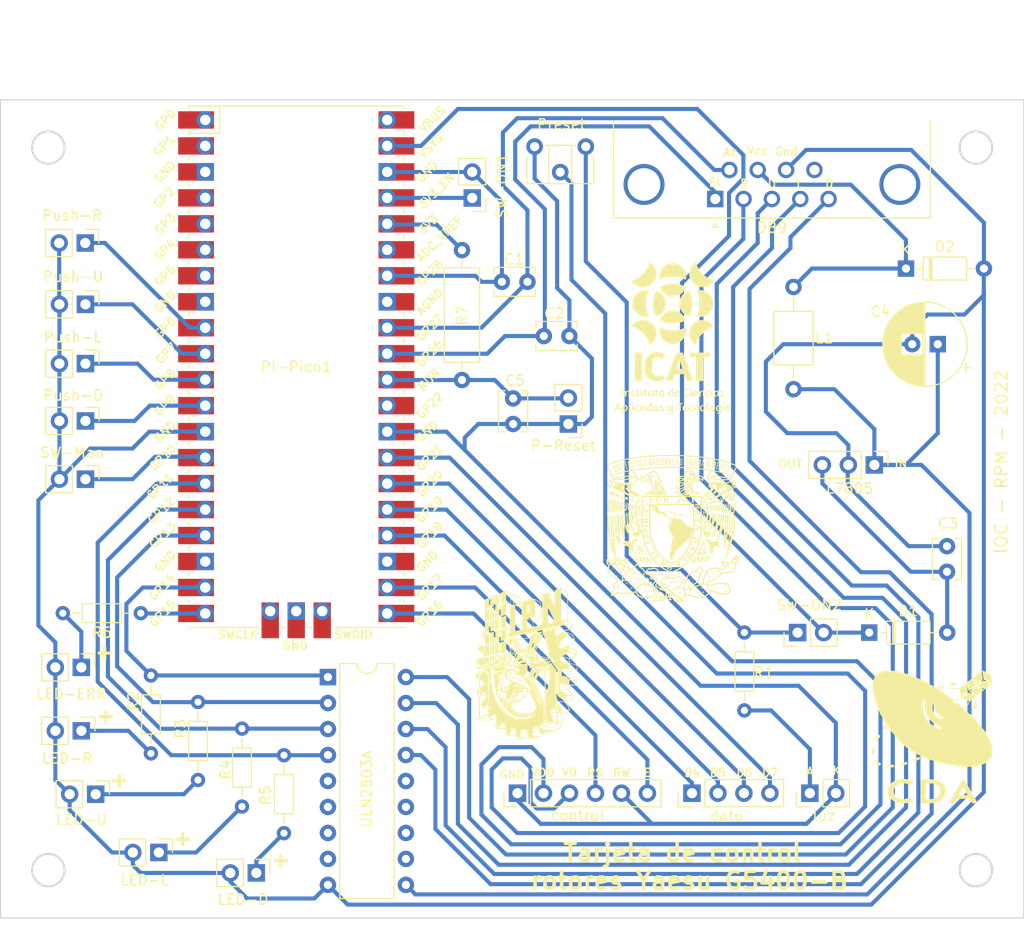
<source format=kicad_pcb>
(kicad_pcb (version 20211014) (generator pcbnew)
  (layers (0 "F.Cu" signal) (31 "B.Cu" signal) (34 "B.Paste" user) (35 "F.Paste" user) (36 "B.SilkS" user "B.Silkscreen") (37 "F.SilkS" user "F.Silkscreen") (38 "B.Mask" user) (39 "F.Mask" user) (44 "Edge.Cuts" user))
  (net 0 "")
  (net 1 "Net-(AK-LCD1-Pad1)")
  (net 2 "+15V")
  (net 3 "/EL")
  (net 4 "/AZ")
  (net 5 "Net-(ControlLCD1-Pad2)")
  (net 6 "Net-(C3-Pad2)")
  (net 7 "Net-(ControlLCD1-Pad4)")
  (net 8 "Net-(ControlLCD1-Pad6)")
  (net 9 "Net-(ControlLCD1-Pad3)")
  (net 10 "/R")
  (net 11 "/U")
  (net 12 "/L")
  (net 13 "/D")
  (net 14 "Net-(LED-D1-Pad1)")
  (net 15 "Net-(LED-L1-Pad1)")
  (net 16 "Net-(LED-R1-Pad1)")
  (net 17 "Net-(LED-U1-Pad1)")
  (net 18 "Net-(PalabraLCD1-Pad1)")
  (net 19 "Net-(PalabraLCD1-Pad2)")
  (net 20 "Net-(PalabraLCD1-Pad3)")
  (net 21 "Net-(PalabraLCD1-Pad4)")
  (net 22 "Net-(Pi-Pico1-Pad9)")
  (net 23 "Net-(Pi-Pico1-Pad10)")
  (net 24 "Net-(Pi-Pico1-Pad11)")
  (net 25 "Net-(Pi-Pico1-Pad12)")
  (net 26 "Net-(Pi-Pico1-Pad14)")
  (net 28 "GND")
  (net 29 "Net-(LED-ERR1-Pad1)")
  (net 43 "Net-(C5-Pad1)")
  (net 44 "Net-(Pi-Pico1-Pad15)")
  (net 48 "Net-(Pi-Pico1-Pad16)")
  (net 49 "Net-(Pi-Pico1-Pad17)")
  (net 50 "Net-(Pi-Pico1-Pad19)")
  (net 51 "Net-(Pi-Pico1-Pad20)")
  (net 59 "Net-(D1-Pad1)")
  (net 60 "Net-(Pi-Pico1-Pad37)")
  (net 63 "Net-(AK-LCD1-Pad2)")
  (net 64 "Net-(C1-Pad2)")
  (net 65 "Net-(D2-Pad1)")
  (net 66 "Net-(Pi-Pico1-Pad36)")
  (footprint "Connector_PinHeader_2.54mm:PinHeader_1x02_P2.54mm_Vertical" (layer "F.Cu") (at 117.9 92.1 90)
    (fp_text reference "SW-ON2")
    (fp_text value "Conn_01x02_Male")
  )
  (footprint "Inductor_THT:L_Axial_L5.0mm_D3.6mm_P10.00mm_Horizontal_Murata_BL01RN1A2A2" (layer "F.Cu") (at 117.5 58.3 -90)
    (fp_text reference "L1")
    (fp_text value "L_Ferrite")
  )
  (footprint "Connector_PinHeader_2.54mm:PinHeader_1x02_P2.54mm_Vertical" (layer "F.Cu") (at 65 115.6 -90)
    (fp_text reference "LED-D")
    (fp_text value "Conn_01x02_Male")
  )
  (footprint "Resistor_THT:R_Axial_DIN0204_L3.6mm_D1.6mm_P7.62mm_Horizontal" (layer "F.Cu") (at 112.7 92.09 -90)
    (fp_text reference "R1")
    (fp_text value "220")
  )
  (footprint "Diode_THT:D_DO-35_SOD27_P7.62mm_Horizontal" (layer "F.Cu") (at 124.9 92.1)
    (fp_text reference "D1")
    (fp_text value "1N4148")
  )
  (footprint "Resistor_THT:R_Axial_DIN0309_L9.0mm_D3.2mm_P12.70mm_Horizontal" (layer "F.Cu") (at 85.1 67.4 90)
    (fp_text reference "R7")
    (fp_text value "10k")
  )
  (footprint "Capacitor_THT:C_Disc_D3.8mm_W2.6mm_P2.50mm" (layer "F.Cu") (at 91.5 57.8 180)
    (fp_text reference "C1")
    (fp_text value "100n")
  )
  (footprint "Connector_PinHeader_2.54mm:PinHeader_1x02_P2.54mm_Vertical" (layer "F.Cu") (at 48.3 65.8 -90)
    (fp_text reference "Push-L")
    (fp_text value "Conn_01x02_Male")
  )
  (footprint "Connector_PinHeader_2.54mm:PinHeader_1x02_P2.54mm_Vertical" (layer "F.Cu") (at 48.3 71.4 -90)
    (fp_text reference "Push-D")
    (fp_text value "Conn_01x02_Male")
  )
  (footprint "Connector_PinHeader_2.54mm:PinHeader_1x02_P2.54mm_Vertical" (layer "F.Cu") (at 47.9 101.7 -90)
    (fp_text reference "LED-R")
    (fp_text value "Conn_01x02_Male")
  )
  (footprint "Connector_PinHeader_2.54mm:PinHeader_1x02_P2.54mm_Vertical" (layer "F.Cu") (at 55.475 113.6 -90)
    (fp_text reference "LED-L")
    (fp_text value "Conn_01x02_Male")
  )
  (footprint "Connector_PinHeader_2.54mm:PinHeader_1x02_P2.54mm_Vertical" (layer "F.Cu") (at 47.9 95.5 -90)
    (fp_text reference "LED-ERR")
    (fp_text value "Conn_01x02_Male")
  )
  (footprint "Connector_PinHeader_2.54mm:PinHeader_1x04_P2.54mm_Vertical" (layer "F.Cu") (at 107.575 107.8 90)
    (fp_text reference "dato")
    (fp_text value "Conn_01x08_Male")
  )
  (footprint "Capacitor_THT:C_Disc_D3.8mm_W2.6mm_P2.50mm" (layer "F.Cu") (at 93.1 63.1)
    (fp_text reference "C2")
    (fp_text value "100n")
  )
  (footprint "Resistor_THT:R_Axial_DIN0204_L3.6mm_D1.6mm_P7.62mm_Horizontal" (layer "F.Cu") (at 67.7 111.71 90)
    (fp_text reference "R5")
    (fp_text value "220")
  )
  (footprint "Connector_PinHeader_2.54mm:PinHeader_1x06_P2.54mm_Vertical" (layer "F.Cu") (at 90.525 107.8 90)
    (fp_text reference "control")
    (fp_text value "Conn_01x06_Male")
  )
  (footprint "Connector_PinHeader_2.54mm:PinHeader_1x03_P2.54mm_Vertical" (layer "F.Cu") (at 125.4 75.7 -90)
    (fp_text reference "L7805")
    (fp_text value "L7805")
  )
  (footprint "Capacitor_THT:CP_Radial_D8.0mm_P2.50mm" (layer "F.Cu") (at 131.6 63.9 180)
    (fp_text reference "C4")
    (fp_text value "100u")
  )
  (footprint "Potentiometer_THT:Potentiometer_ACP_CA6-H2,5_Horizontal" (layer "F.Cu") (at 97.2 44.575 -90)
    (fp_text reference "Preset")
    (fp_text value "10k")
  )
  (footprint "Logotipos:CDA" (layer "F.Cu") (at 130.928145 102.166912)
    (fp_text reference "G***" hide)
    (fp_text value "LOGO" hide)
  )
  (footprint "Connector_Dsub:DSUB-9_Female_Horizontal_P2.77x2.84mm_EdgePinOffset7.70mm_Housed_MountingHolesOffset9.12mm" (layer "F.Cu") (at 109.85 49.7 180)
    (fp_text reference "DB9")
    (fp_text value "DB9_Female_MountingHoles")
  )
  (footprint "Resistor_THT:R_Axial_DIN0204_L3.6mm_D1.6mm_P7.62mm_Horizontal" (layer "F.Cu") (at 59.3 106.51 90)
    (fp_text reference "R3")
    (fp_text value "220")
  )
  (footprint "Logotipos:IPN" (layer "F.Cu") (at 91.4 95.1)
    (fp_text reference "")
    (fp_text value "LOGO" hide)
  )
  (footprint "Resistor_THT:R_Axial_DIN0204_L3.6mm_D1.6mm_P7.62mm_Horizontal" (layer "F.Cu") (at 63.6 109.11 90)
    (fp_text reference "R4")
    (fp_text value "220")
  )
  (footprint "Package_DIP:DIP-18_W7.62mm" (layer "F.Cu") (at 72 96.45)
    (fp_text reference "ULN2803A")
    (fp_text value "ULN2803A")
  )
  (footprint "Resistor_THT:R_Axial_DIN0204_L3.6mm_D1.6mm_P7.62mm_Horizontal" (layer "F.Cu") (at 46.09 90.2)
    (fp_text reference "R6")
    (fp_text value "220")
  )
  (footprint "Logotipos:UNAM" (layer "F.Cu") (at 105.7 82)
    (fp_text reference "G***" hide)
    (fp_text value "LOGO" hide)
  )
  (footprint "Connector_PinHeader_2.54mm:PinHeader_1x02_P2.54mm_Vertical" (layer "F.Cu") (at 119.1 107.8 90)
    (fp_text reference "luz")
    (fp_text value "Conn_01x02_Male")
  )
  (footprint "Logotipos:ICAT" (layer "F.Cu") (at 105.7 63.3)
    (fp_text reference "")
    (fp_text value "LOGO" hide)
  )
  (footprint "Connector_PinHeader_2.54mm:PinHeader_1x02_P2.54mm_Vertical" (layer "F.Cu") (at 86.1 49.6 180)
    (fp_text reference "SW-ON1")
    (fp_text value "Conn_01x02_Male")
  )
  (footprint "Capacitor_THT:C_Disc_D3.8mm_W2.6mm_P2.50mm" (layer "F.Cu") (at 90.1 69.2 -90)
    (fp_text reference "C5")
    (fp_text value "10n")
  )
  (footprint "Connector_PinHeader_2.54mm:PinHeader_1x02_P2.54mm_Vertical" (layer "F.Cu") (at 95.5 71.7 180)
    (fp_text reference "P-Reset")
    (fp_text value "Conn_01x02_Male")
  )
  (footprint "Connector_PinHeader_2.54mm:PinHeader_1x02_P2.54mm_Vertical" (layer "F.Cu") (at 48.3 77.1 -90)
    (fp_text reference "SW-Man")
    (fp_text value "Conn_01x02_Male")
  )
  (footprint "Capacitor_THT:C_Disc_D3.8mm_W2.6mm_P2.50mm" (layer "F.Cu") (at 132.5 83.65 -90)
    (fp_text reference "C3")
    (fp_text value "100n")
  )
  (footprint "Connector_PinHeader_2.54mm:PinHeader_1x02_P2.54mm_Vertical" (layer "F.Cu") (at 48.3 60 -90)
    (fp_text reference "Push-U")
    (fp_text value "Conn_01x02_Male")
  )
  (footprint "Connector_PinHeader_2.54mm:PinHeader_1x02_P2.54mm_Vertical" (layer "F.Cu") (at 48.275 54 -90)
    (fp_text reference "Push-R")
    (fp_text value "Conn_01x02_Male")
  )
  (footprint "Resistor_THT:R_Axial_DIN0204_L3.6mm_D1.6mm_P7.62mm_Horizontal" (layer "F.Cu") (at 54.7 103.91 90)
    (fp_text reference "R2")
    (fp_text value "220")
  )
  (footprint "Diode_THT:D_DO-35_SOD27_P7.62mm_Horizontal" (layer "F.Cu") (at 128.49 56.5)
    (fp_text reference "D2")
    (fp_text value "1N4148")
  )
  (footprint "Connector_PinHeader_2.54mm:PinHeader_1x02_P2.54mm_Vertical" (layer "F.Cu") (at 49.3 107.9 -90)
    (fp_text reference "LED-U")
    (fp_text value "Conn_01x02_Male")
  )
  (footprint "MCU_RaspberryPi_and_Boards:RPi_Pico_SMD_TH" (layer "F.Cu") (at 68.9 66.1)
    (fp_text reference "Pi-Pico1")
    (fp_text value "Pico")
  )
  (gr_rect (start 40 40) (end 140 120) (layer "Edge.Cuts") (width 0.1) (fill none))
  (gr_circle (center 44.675 115.325) (end 46.2625 115.325) (layer "Edge.Cuts") (width 0.2) (fill none))
  (gr_circle (center 135.325 115.325) (end 136.9125 115.325) (layer "Edge.Cuts") (width 0.2) (fill none))
  (gr_circle (center 135.325 44.675) (end 136.9125 44.675) (layer "Edge.Cuts") (width 0.2) (fill none))
  (gr_circle (center 44.675 44.675) (end 46.2625 44.675) (layer "Edge.Cuts") (width 0.2) (fill none))
  (gr_text "K" (at 121.7 105.6) (layer "F.SilkS") (effects (font (size 0.8 0.8))))
  (gr_text "E" (at 103.2 105.8) (layer "F.SilkS") (effects (font (size 0.8 0.8))))
  (gr_text "D5" (at 110.1 105.8) (layer "F.SilkS") (effects (font (size 0.8 0.8))))
  (gr_text "GND" (at 90 106) (layer "F.SilkS") (effects (font (size 0.8 0.8))))
  (gr_text "D6" (at 112.7 105.8) (layer "F.SilkS") (effects (font (size 0.8 0.8))))
  (gr_text "GND" (at 68.8 93.4) (layer "F.SilkS") (effects (font (size 0.8 0.8))))
  (gr_text "D" (at 121 48.2) (layer "F.SilkS") (effects (font (size 0.8 0.8))))
  (gr_text "RW\n" (at 100.7 105.8) (layer "F.SilkS") (effects (font (size 0.8 0.8))))
  (gr_text "+" (at 67.4 114.3) (layer "F.SilkS") (effects (font (size 1.5 1.5) (thickness 0.3)) (justify mirror)))
  (gr_text "U" (at 115.4 48.2) (layer "F.SilkS") (effects (font (size 0.8 0.8))))
  (gr_text "+" (at 57.8 112.2) (layer "F.SilkS") (effects (font (size 1.5 1.5) (thickness 0.3)) (justify mirror)))
  (gr_text "+" (at 50.3 100.2) (layer "F.SilkS") (effects (font (size 1.5 1.5) (thickness 0.3)) (justify mirror)))
  (gr_text "D7" (at 115.2 105.8) (layer "F.SilkS") (effects (font (size 0.8 0.8))))
  (gr_text "+" (at 51.6 106.5) (layer "F.SilkS") (effects (font (size 1.5 1.5) (thickness 0.3)) (justify mirror)))
  (gr_text "D4" (at 107.6 105.8) (layer "F.SilkS") (effects (font (size 0.8 0.8))))
  (gr_text "VDD" (at 93 105.8) (layer "F.SilkS") (effects (font (size 0.8 0.8))))
  (gr_text "Az\n" (at 111.3 45.1) (layer "F.SilkS") (effects (font (size 0.8 0.8))))
  (gr_text "Tarjeta de control \nrotores Yaesu G5400-B" (at 107.3 115) (layer "F.SilkS") (effects (font (size 1.7 1.7) (thickness 0.35))))
  (gr_text "El" (at 109.8 48.1) (layer "F.SilkS") (effects (font (size 0.8 0.8))))
  (gr_text "RS" (at 98.1 105.8) (layer "F.SilkS") (effects (font (size 0.8 0.8))))
  (gr_text "Vcc\n" (at 114 45) (layer "F.SilkS") (effects (font (size 0.8 0.8))))
  (gr_text "IOC - RPM - 2022" (at 137.8 75.4 90) (layer "F.SilkS") (effects (font (size 1.2 1.2) (thickness 0.18))))
  (gr_text "V0\n" (at 95.6 105.8) (layer "F.SilkS") (effects (font (size 0.8 0.8))))
  (gr_text "IN" (at 128 75.6) (layer "F.SilkS") (effects (font (size 0.8 0.8))))
  (gr_text "Gnd\n\n" (at 116.8 45.7) (layer "F.SilkS") (effects (font (size 0.8 0.8))))
  (gr_text "L" (at 118.1 48.2) (layer "F.SilkS") (effects (font (size 0.8 0.8))))
  (gr_text "R" (at 112.7 48.2) (layer "F.SilkS") (effects (font (size 0.8 0.8))))
  (gr_text "+" (at 50.2 94) (layer "F.SilkS") (effects (font (size 1.5 1.5) (thickness 0.3)) (justify mirror)))
  (gr_text "OUT" (at 117.2 75.6) (layer "F.SilkS") (effects (font (size 0.8 0.8))))
  (gr_text "A" (at 119.1 105.7) (layer "F.SilkS") (effects (font (size 0.8 0.8))))
  (segment (start 119.1 103.5) (end 119.1 107.8) (width 0.4) (layer "B.Cu") (net 1))
  (segment (start 112.7 99.71) (end 115.31 99.71) (width 0.4) (layer "B.Cu") (net 1))
  (segment (start 115.31 99.71) (end 119.1 103.5) (width 0.4) (layer "B.Cu") (net 1))
  (segment (start 117.5 68.3) (end 121.5 68.3) (width 0.4) (layer "B.Cu") (net 2))
  (segment (start 134.7 107.7) (end 124.7 117.7) (width 0.4) (layer "B.Cu") (net 2))
  (segment (start 125.4 75.7) (end 130 75.7) (width 0.4) (layer "B.Cu") (net 2))
  (segment (start 128.5 75.7) (end 131.6 72.6) (width 0.4) (layer "B.Cu") (net 2))
  (segment (start 125.4 75.7) (end 128.5 75.7) (width 0.4) (layer "B.Cu") (net 2))
  (segment (start 130 75.7) (end 134.7 80.4) (width 0.4) (layer "B.Cu") (net 2))
  (segment (start 80.55 117.7) (end 79.62 116.77) (width 0.4) (layer "B.Cu") (net 2))
  (segment (start 125.4 72.2) (end 125.4 75.7) (width 0.4) (layer "B.Cu") (net 2))
  (segment (start 124.7 117.7) (end 80.55 117.7) (width 0.4) (layer "B.Cu") (net 2))
  (segment (start 131.6 72.6) (end 131.6 63.9) (width 0.4) (layer "B.Cu") (net 2))
  (segment (start 121.5 68.3) (end 125.4 72.2) (width 0.4) (layer "B.Cu") (net 2))
  (segment (start 134.7 80.4) (end 134.7 107.7) (width 0.4) (layer "B.Cu") (net 2))
  (segment (start 93.2 63) (end 93.1 63.1) (width 0.4) (layer "B.Cu") (net 3))
  (segment (start 77.79 64.83) (end 87.57 64.83) (width 0.4) (layer "B.Cu") (net 3))
  (segment (start 103.4 42.6) (end 91.8 42.6) (width 0.4) (layer "B.Cu") (net 3))
  (segment (start 109.85 49.05) (end 103.4 42.6) (width 0.4) (layer "B.Cu") (net 3))
  (segment (start 93.2 50.7) (end 93.2 63) (width 0.4) (layer "B.Cu") (net 3))
  (segment (start 90.3 44.1) (end 90.3 47.8) (width 0.4) (layer "B.Cu") (net 3))
  (segment (start 87.57 64.83) (end 89.3 63.1) (width 0.4) (layer "B.Cu") (net 3))
  (segment (start 90.3 47.8) (end 93.2 50.7) (width 0.4) (layer "B.Cu") (net 3))
  (segment (start 91.8 42.6) (end 90.3 44.1) (width 0.4) (layer "B.Cu") (net 3))
  (segment (start 109.85 49.7) (end 109.85 49.05) (width 0.4) (layer "B.Cu") (net 3))
  (segment (start 89.3 63.1) (end 93.1 63.1) (width 0.4) (layer "B.Cu") (net 3))
  (segment (start 89.1 48.4) (end 91.5 50.8) (width 0.4) (layer "B.Cu") (net 4))
  (segment (start 87.01 62.29) (end 77.79 62.29) (width 0.4) (layer "B.Cu") (net 4))
  (segment (start 89.1 43.2) (end 89.1 48.4) (width 0.4) (layer "B.Cu") (net 4))
  (segment (start 91.5 50.8) (end 91.5 57.8) (width 0.4) (layer "B.Cu") (net 4))
  (segment (start 104.7 41.8) (end 90.5 41.8) (width 0.4) (layer "B.Cu") (net 4))
  (segment (start 111.235 46.86) (end 109.76 46.86) (width 0.4) (layer "B.Cu") (net 4))
  (segment (start 109.76 46.86) (end 104.7 41.8) (width 0.4) (layer "B.Cu") (net 4))
  (segment (start 91.5 57.8) (end 87.01 62.29) (width 0.4) (layer "B.Cu") (net 4))
  (segment (start 90.5 41.8) (end 89.1 43.2) (width 0.4) (layer "B.Cu") (net 4))
  (segment (start 126 108.9) (end 126 97.2) (width 0.4) (layer "B.Cu") (net 5))
  (segment (start 101.2 84.6) (end 101.2 59.8) (width 0.4) (layer "B.Cu") (net 5))
  (segment (start 111.5 94.9) (end 102.45 85.85) (width 0.4) (layer "B.Cu") (net 5))
  (segment (start 87 109.9) (end 89.9 112.8) (width 0.4) (layer "B.Cu") (net 5))
  (segment (start 102.45 85.85) (end 101.2 84.6) (width 0.4) (layer "B.Cu") (net 5))
  (segment (start 117.89 92.09) (end 117.9 92.1) (width 0.4) (layer "B.Cu") (net 5))
  (segment (start 89.9 112.8) (end 122.1 112.8) (width 0.4) (layer "B.Cu") (net 5))
  (segment (start 101.2 59.8) (end 97.2 55.8) (width 0.4) (layer "B.Cu") (net 5))
  (segment (start 106.51 85.9) (end 102.5 85.9) (width 0.4) (layer "B.Cu") (net 5))
  (segment (start 126 97.2) (end 123.7 94.9) (width 0.4) (layer "B.Cu") (net 5))
  (segment (start 93.065 104.465) (end 91.9 103.3) (width 0.4) (layer "B.Cu") (net 5))
  (segment (start 112.7 92.09) (end 117.89 92.09) (width 0.4) (layer "B.Cu") (net 5))
  (segment (start 112.7 92.09) (end 106.51 85.9) (width 0.4) (layer "B.Cu") (net 5))
  (segment (start 122.1 112.8) (end 126 108.9) (width 0.4) (layer "B.Cu") (net 5))
  (segment (start 91.9 103.3) (end 88.7 103.3) (width 0.4) (layer "B.Cu") (net 5))
  (segment (start 97.2 55.8) (end 97.2 44.575) (width 0.4) (layer "B.Cu") (net 5))
  (segment (start 102.5 85.9) (end 102.45 85.85) (width 0.4) (layer "B.Cu") (net 5))
  (segment (start 93.065 107.8) (end 93.065 104.465) (width 0.4) (layer "B.Cu") (net 5))
  (segment (start 88.7 103.3) (end 87 105) (width 0.4) (layer "B.Cu") (net 5))
  (segment (start 123.7 94.9) (end 111.5 94.9) (width 0.4) (layer "B.Cu") (net 5))
  (segment (start 87 105) (end 87 109.9) (width 0.4) (layer "B.Cu") (net 5))
  (segment (start 120.32 75.7) (end 120.32 77.52) (width 0.4) (layer "B.Cu") (net 6))
  (segment (start 120.32 77.52) (end 128.95 86.15) (width 0.4) (layer "B.Cu") (net 6))
  (segment (start 132.52 86.17) (end 132.52 92.1) (width 0.4) (layer "B.Cu") (net 6))
  (segment (start 128.95 86.15) (end 132.5 86.15) (width 0.4) (layer "B.Cu") (net 6))
  (segment (start 86.23 90.23) (end 85.53 90.23) (width 0.4) (layer "B.Cu") (net 7))
  (segment (start 98.145 107.8) (end 98.145 102.145) (width 0.4) (layer "B.Cu") (net 7))
  (segment (start 77.79 90.23) (end 85.53 90.23) (width 0.4) (layer "B.Cu") (net 7))
  (segment (start 98.145 102.145) (end 86.23 90.23) (width 0.4) (layer "B.Cu") (net 7))
  (segment (start 103.225 107.8) (end 103.225 104.525) (width 0.4) (layer "B.Cu") (net 8))
  (segment (start 103.225 104.525) (end 86.39 87.69) (width 0.4) (layer "B.Cu") (net 8))
  (segment (start 86.39 87.69) (end 77.79 87.69) (width 0.4) (layer "B.Cu") (net 8))
  (segment (start 91.8 105.3) (end 90.9 104.4) (width 0.4) (layer "B.Cu") (net 9))
  (segment (start 95.8 48.175) (end 94.7 47.075) (width 0.4) (layer "B.Cu") (net 9))
  (segment (start 90.9 104.4) (end 89.1 104.4) (width 0.4) (layer "B.Cu") (net 9))
  (segment (start 124.5 109.1) (end 124.5 97.8) (width 0.4) (layer "B.Cu") (net 9))
  (segment (start 94.105 109.3) (end 92.4 109.3) (width 0.4) (layer "B.Cu") (net 9))
  (segment (start 124.5 97.8) (end 122.8 96.1) (width 0.4) (layer "B.Cu") (net 9))
  (segment (start 99.1 60.9) (end 95.8 57.6) (width 0.4) (layer "B.Cu") (net 9))
  (segment (start 99.1 85.2) (end 99.1 60.9) (width 0.4) (layer "B.Cu") (net 9))
  (segment (start 95.8 57.6) (end 95.8 48.175) (width 0.4) (layer "B.Cu") (net 9))
  (segment (start 91.8 108.7) (end 91.8 105.3) (width 0.4) (layer "B.Cu") (net 9))
  (segment (start 88 105.5) (end 88 109.2) (width 0.4) (layer "B.Cu") (net 9))
  (segment (start 95.605 107.8) (end 94.105 109.3) (width 0.4) (layer "B.Cu") (net 9))
  (segment (start 90.5 111.7) (end 121.9 111.7) (width 0.4) (layer "B.Cu") (net 9))
  (segment (start 121.9 111.7) (end 124.5 109.1) (width 0.4) (layer "B.Cu") (net 9))
  (segment (start 88 109.2) (end 90.5 111.7) (width 0.4) (layer "B.Cu") (net 9))
  (segment (start 122.8 96.1) (end 110 96.1) (width 0.4) (layer "B.Cu") (net 9))
  (segment (start 110 96.1) (end 99.1 85.2) (width 0.4) (layer "B.Cu") (net 9))
  (segment (start 92.4 109.3) (end 91.8 108.7) (width 0.4) (layer "B.Cu") (net 9))
  (segment (start 89.1 104.4) (end 88 105.5) (width 0.4) (layer "B.Cu") (net 9))
  (segment (start 127.2 109.2) (end 122.6 113.8) (width 0.4) (layer "B.Cu") (net 10))
  (segment (start 108.5 57.7) (end 108.5 77.1) (width 0.4) (layer "B.Cu") (net 10))
  (segment (start 89.4 113.8) (end 85.8 110.2) (width 0.4) (layer "B.Cu") (net 10))
  (segment (start 127.2 91.4) (end 127.2 109.2) (width 0.4) (layer "B.Cu") (net 10))
  (segment (start 83.65 96.45) (end 79.62 96.45) (width 0.4) (layer "B.Cu") (net 10))
  (segment (start 85.8 98.6) (end 83.65 96.45) (width 0.4) (layer "B.Cu") (net 10))
  (segment (start 108.5 77.1) (end 121.1 89.7) (width 0.4) (layer "B.Cu") (net 10))
  (segment (start 125.5 89.7) (end 127.2 91.4) (width 0.4) (layer "B.Cu") (net 10))
  (segment (start 112.6 49.72) (end 112.6 53.6) (width 0.4) (layer "B.Cu") (net 10))
  (segment (start 112.6 53.6) (end 108.5 57.7) (width 0.4) (layer "B.Cu") (net 10))
  (segment (start 122.6 113.8) (end 89.4 113.8) (width 0.4) (layer "B.Cu") (net 10))
  (segment (start 85.8 110.2) (end 85.8 98.6) (width 0.4) (layer "B.Cu") (net 10))
  (segment (start 112.62 49.7) (end 112.6 49.72) (width 0.4) (layer "B.Cu") (net 10))
  (segment (start 121.1 89.7) (end 125.5 89.7) (width 0.4) (layer "B.Cu") (net 10))
  (segment (start 84.7 101.1) (end 82.59 98.99) (width 0.4) (layer "B.Cu") (net 11))
  (segment (start 114 51.09) (end 114 54) (width 0.4) (layer "B.Cu") (net 11))
  (segment (start 126.2 88.7) (end 128.5 91) (width 0.4) (layer "B.Cu") (net 11))
  (segment (start 110 58) (end 110 76.3) (width 0.4) (layer "B.Cu") (net 11))
  (segment (start 128.5 91) (end 128.5 109.2) (width 0.4) (layer "B.Cu") (net 11))
  (segment (start 115.39 49.7) (end 114 51.09) (width 0.4) (layer "B.Cu") (net 11))
  (segment (start 88.696447 114.8) (end 84.7 110.803553) (width 0.4) (layer "B.Cu") (net 11))
  (segment (start 82.59 98.99) (end 79.62 98.99) (width 0.4) (layer "B.Cu") (net 11))
  (segment (start 110 76.3) (end 122.4 88.7) (width 0.4) (layer "B.Cu") (net 11))
  (segment (start 122.9 114.8) (end 88.696447 114.8) (width 0.4) (layer "B.Cu") (net 11))
  (segment (start 122.4 88.7) (end 126.2 88.7) (width 0.4) (layer "B.Cu") (net 11))
  (segment (start 128.5 109.2) (end 122.9 114.8) (width 0.4) (layer "B.Cu") (net 11))
  (segment (start 114 54) (end 110 58) (width 0.4) (layer "B.Cu") (net 11))
  (segment (start 84.7 110.803553) (end 84.7 101.1) (width 0.4) (layer "B.Cu") (net 11))
  (segment (start 126.6 87.5) (end 129.7 90.6) (width 0.4) (layer "B.Cu") (net 12))
  (segment (start 115.4 54.5) (end 111.6 58.3) (width 0.4) (layer "B.Cu") (net 12))
  (segment (start 115.4 52.46) (end 115.4 54.5) (width 0.4) (layer "B.Cu") (net 12))
  (segment (start 123.7 115.7) (end 88.25 115.7) (width 0.4) (layer "B.Cu") (net 12))
  (segment (start 83.5 110.95) (end 83.5 103.3) (width 0.4) (layer "B.Cu") (net 12))
  (segment (start 83.5 103.3) (end 81.73 101.53) (width 0.4) (layer "B.Cu") (net 12))
  (segment (start 88.25 115.7) (end 83.5 110.95) (width 0.4) (layer "B.Cu") (net 12))
  (segment (start 81.73 101.53) (end 79.62 101.53) (width 0.4) (layer "B.Cu") (net 12))
  (segment (start 118.16 49.7) (end 115.4 52.46) (width 0.4) (layer "B.Cu") (net 12))
  (segment (start 111.6 58.3) (end 111.6 75.9) (width 0.4) (layer "B.Cu") (net 12))
  (segment (start 111.6 75.9) (end 123.2 87.5) (width 0.4) (layer "B.Cu") (net 12))
  (segment (start 123.2 87.5) (end 126.6 87.5) (width 0.4) (layer "B.Cu") (net 12))
  (segment (start 129.7 109.7) (end 123.7 115.7) (width 0.4) (layer "B.Cu") (net 12))
  (segment (start 129.7 90.6) (end 129.7 109.7) (width 0.4) (layer "B.Cu") (net 12))
  (segment (start 126.9 86.2) (end 131 90.3) (width 0.4) (layer "B.Cu") (net 13))
  (segment (start 87.9 116.7) (end 82.5 111.3) (width 0.4) (layer "B.Cu") (net 13))
  (segment (start 131 90.3) (end 131 109.8) (width 0.4) (layer "B.Cu") (net 13))
  (segment (start 117.2 53.43) (end 117.2 54.5) (width 0.4) (layer "B.Cu") (net 13))
  (segment (start 82.5 105.5) (end 81.07 104.07) (width 0.4) (layer "B.Cu") (net 13))
  (segment (start 117.2 54.5) (end 113.2 58.5) (width 0.4) (layer "B.Cu") (net 13))
  (segment (start 81.07 104.07) (end 79.62 104.07) (width 0.4) (layer "B.Cu") (net 13))
  (segment (start 120.93 49.7) (end 117.2 53.43) (width 0.4) (layer "B.Cu") (net 13))
  (segment (start 124.1 116.7) (end 87.9 116.7) (width 0.4) (layer "B.Cu") (net 13))
  (segment (start 124.1 86.2) (end 126.9 86.2) (width 0.4) (layer "B.Cu") (net 13))
  (segment (start 131 109.8) (end 124.1 116.7) (width 0.4) (layer "B.Cu") (net 13))
  (segment (start 113.2 75.3) (end 124.1 86.2) (width 0.4) (layer "B.Cu") (net 13))
  (segment (start 113.2 58.5) (end 113.2 75.3) (width 0.4) (layer "B.Cu") (net 13))
  (segment (start 82.5 111.3) (end 82.5 105.5) (width 0.4) (layer "B.Cu") (net 13))
  (segment (start 47.9 101.7) (end 52.49 101.7) (width 0.4) (layer "B.Cu") (net 14))
  (segment (start 52.49 101.7) (end 54.7 103.91) (width 0.4) (layer "B.Cu") (net 14))
  (segment (start 49.3 107.9) (end 57.91 107.9) (width 0.4) (layer "B.Cu") (net 15))
  (segment (start 57.91 107.9) (end 59.3 106.51) (width 0.4) (layer "B.Cu") (net 15))
  (segment (start 65 115.6) (end 65 114.41) (width 0.4) (layer "B.Cu") (net 16))
  (segment (start 65 114.41) (end 67.7 111.71) (width 0.4) (layer "B.Cu") (net 16))
  (segment (start 59.11 113.6) (end 63.6 109.11) (width 0.4) (layer "B.Cu") (net 17))
  (segment (start 55.475 113.6) (end 59.11 113.6) (width 0.4) (layer "B.Cu") (net 17))
  (segment (start 83.39 82.61) (end 77.79 82.61) (width 0.4) (layer "B.Cu") (net 18))
  (segment (start 107.575 106.795) (end 83.39 82.61) (width 0.4) (layer "B.Cu") (net 18))
  (segment (start 107.575 107.8) (end 107.575 106.795) (width 0.4) (layer "B.Cu") (net 18))
  (segment (start 110.115 107.8) (end 110.115 106.615) (width 0.4) (layer "B.Cu") (net 19))
  (segment (start 83.57 80.07) (end 77.79 80.07) (width 0.4) (layer "B.Cu") (net 19))
  (segment (start 110.115 106.615) (end 83.57 80.07) (width 0.4) (layer "B.Cu") (net 19))
  (segment (start 112.655 107.8) (end 112.655 106.355) (width 0.4) (layer "B.Cu") (net 20))
  (segment (start 112.655 106.355) (end 83.83 77.53) (width 0.4) (layer "B.Cu") (net 20))
  (segment (start 83.83 77.53) (end 77.79 77.53) (width 0.4) (layer "B.Cu") (net 20))
  (segment (start 77.79 74.99) (end 83.89 74.99) (width 0.4) (layer "B.Cu") (net 21))
  (segment (start 115.195 107.8) (end 115.195 106.295) (width 0.4) (layer "B.Cu") (net 21))
  (segment (start 115.195 106.295) (end 86.8 77.9) (width 0.4) (layer "B.Cu") (net 21))
  (segment (start 83.89 74.99) (end 87.2 78.3) (width 0.4) (layer "B.Cu") (net 21))
  (segment (start 50.2 54) (end 58.49 62.29) (width 0.4) (layer "B.Cu") (net 22))
  (segment (start 48.275 54) (end 50.2 54) (width 0.4) (layer "B.Cu") (net 22))
  (segment (start 58.49 62.29) (end 60.01 62.29) (width 0.4) (layer "B.Cu") (net 22))
  (segment (start 52.9 60) (end 57.73 64.83) (width 0.4) (layer "B.Cu") (net 23))
  (segment (start 48.3 60) (end 52.9 60) (width 0.4) (layer "B.Cu") (net 23))
  (segment (start 57.73 64.83) (end 60.01 64.83) (width 0.4) (layer "B.Cu") (net 23))
  (segment (start 48.3 65.8) (end 53.4 65.8) (width 0.4) (layer "B.Cu") (net 24))
  (segment (start 54.97 67.37) (end 60.01 67.37) (width 0.4) (layer "B.Cu") (net 24))
  (segment (start 53.4 65.8) (end 54.97 67.37) (width 0.4) (layer "B.Cu") (net 24))
  (segment (start 54.59 69.91) (end 60.01 69.91) (width 0.4) (layer "B.Cu") (net 25))
  (segment (start 48.3 71.4) (end 53.1 71.4) (width 0.4) (layer "B.Cu") (net 25))
  (segment (start 53.1 71.4) (end 53.75 70.75) (width 0.4) (layer "B.Cu") (net 25))
  (segment (start 53.75 70.75) (end 54.59 69.91) (width 0.4) (layer "B.Cu") (net 25))
  (segment (start 48.3 77.1) (end 52.9 77.1) (width 0.4) (layer "B.Cu") (net 26))
  (segment (start 53.25 76.75) (end 55.1 74.9) (width 0.4) (layer "B.Cu") (net 26))
  (segment (start 55.1 74.9) (end 59.92 74.9) (width 0.4) (layer "B.Cu") (net 26))
  (segment (start 52.9 77.1) (end 53.25 76.75) (width 0.4) (layer "B.Cu") (net 26))
  (segment (start 59.92 74.9) (end 60.01 74.99) (width 0.4) (layer "B.Cu") (net 26))
  (segment (start 52.935 114.835) (end 53.7 115.6) (width 0.4) (layer "B.Cu") (net 28))
  (segment (start 128.75 83.65) (end 132.5 83.65) (width 0.4) (layer "B.Cu") (net 28))
  (segment (start 122.86 75.7) (end 122.8 75.76) (width 0.4) (layer "B.Cu") (net 28))
  (segment (start 45.36 95.5) (end 45.36 101.7) (width 0.4) (layer "B.Cu") (net 28))
  (segment (start 129.1 63.9) (end 129.1 62.5) (width 0.4) (layer "B.Cu") (net 28))
  (segment (start 122.86 73.76) (end 122.86 75.7) (width 0.4) (layer "B.Cu") (net 28))
  (segment (start 116.9 72.6) (end 121.7 72.6) (width 0.4) (layer "B.Cu") (net 28))
  (segment (start 53.7 115.6) (end 62.46 115.6) (width 0.4) (layer "B.Cu") (net 28))
  (segment (start 54.55 72.45) (end 52.9 74.1) (width 0.4) (layer "B.Cu") (net 28))
  (segment (start 48.76 74.1) (end 52.9 74.1) (width 0.4) (layer "B.Cu") (net 28))
  (segment (start 136.1 107.7) (end 135.15 108.65) (width 0.4) (layer "B.Cu") (net 28))
  (segment (start 114.8 70.5) (end 116.9 72.6) (width 0.4) (layer "B.Cu") (net 28))
  (segment (start 114.8 65.6) (end 114.8 70.5) (width 0.4) (layer "B.Cu") (net 28))
  (segment (start 130.6 61) (end 134.2 61) (width 0.4) (layer "B.Cu") (net 28))
  (segment (start 135.15 108.65) (end 125.1 118.7) (width 0.4) (layer "B.Cu") (net 28))
  (segment (start 136.11 56.5) (end 136.1 56.51) (width 0.4) (layer "B.Cu") (net 28))
  (segment (start 43.7 79.16) (end 43.7 91.4) (width 0.4) (layer "B.Cu") (net 28))
  (segment (start 134.4 50.3) (end 136.11 52.01) (width 0.4) (layer "B.Cu") (net 28))
  (segment (start 116.5 63.9) (end 114.8 65.6) (width 0.4) (layer "B.Cu") (net 28))
  (segment (start 45.76 77.1) (end 45.76 74.46) (width 0.4) (layer "B.Cu") (net 28))
  (segment (start 45.735 54) (end 45.735 59.975) (width 0.4) (layer "B.Cu") (net 28))
  (segment (start 122.8 77.7) (end 128.75 83.65) (width 0.4) (layer "B.Cu") (net 28))
  (segment (start 129 44.9) (end 134.4 50.3) (width 0.4) (layer "B.Cu") (net 28))
  (segment (start 46.76 107.9) (end 46.76 109.46) (width 0.4) (layer "B.Cu") (net 28))
  (segment (start 125.1 118.7) (end 73.93 118.7) (width 0.4) (layer "B.Cu") (net 28))
  (segment (start 50.9 113.6) (end 52.935 113.6) (width 0.4) (layer "B.Cu") (net 28))
  (segment (start 122.8 75.76) (end 122.8 77.7) (width 0.4) (layer "B.Cu") (net 28))
  (segment (start 136.1 59.4) (end 136.1 107.7) (width 0.4) (layer "B.Cu") (net 28))
  (segment (start 45.76 74.46) (end 45.76 71.4) (width 0.4) (layer "B.Cu") (net 28))
  (segment (start 136.11 52.01) (end 136.11 56.5) (width 0.4) (layer "B.Cu") (net 28))
  (segment (start 129.1 63.9) (end 116.5 63.9) (width 0.4) (layer "B.Cu") (net 28))
  (segment (start 136.1 58.7) (end 136.1 59.4) (width 0.4) (layer "B.Cu") (net 28))
  (segment (start 52.935 113.6) (end 52.935 114.835) (width 0.4) (layer "B.Cu") (net 28))
  (segment (start 70.67 118.1) (end 72 116.77) (width 0.4) (layer "B.Cu") (net 28))
  (segment (start 45.36 106.5) (end 46.76 107.9) (width 0.4) (layer "B.Cu") (net 28))
  (segment (start 136.1 56.51) (end 136.1 58.7) (width 0.4) (layer "B.Cu") (net 28))
  (segment (start 45.735 59.975) (end 45.76 60) (width 0.4) (layer "B.Cu") (net 28))
  (segment (start 60.01 72.45) (end 54.55 72.45) (width 0.4) (layer "B.Cu") (net 28))
  (segment (start 45.76 77.1) (end 43.7 79.16) (width 0.4) (layer "B.Cu") (net 28))
  (segment (start 45.36 101.7) (end 45.36 106.5) (width 0.4) (layer "B.Cu") (net 28))
  (segment (start 45.76 77.1) (end 48.76 74.1) (width 0.4) (layer "B.Cu") (net 28))
  (segment (start 136.1 59.1) (end 136.1 58.7) (width 0.4) (layer "B.Cu") (net 28))
  (segment (start 45.76 71.4) (end 45.76 65.8) (width 0.4) (layer "B.Cu") (net 28))
  (segment (start 121.7 72.6) (end 122.8 73.7) (width 0.4) (layer "B.Cu") (net 28))
  (segment (start 116.775 46.86) (end 118.735 44.9) (width 0.4) (layer "B.Cu") (net 28))
  (segment (start 129.1 62.5) (end 130.6 61) (width 0.4) (layer "B.Cu") (net 28))
  (segment (start 45.36 95.5) (end 45.36 93.06) (width 0.4) (layer "B.Cu") (net 28))
  (segment (start 45.36 93.06) (end 43.7 91.4) (width 0.4) (layer "B.Cu") (net 28))
  (segment (start 134.2 61) (end 136.1 59.1) (width 0.4) (layer "B.Cu") (net 28))
  (segment (start 62.46 115.6) (end 62.46 116.46) (width 0.4) (layer "B.Cu") (net 28))
  (segment (start 45.76 65.8) (end 45.76 60) (width 0.4) (layer "B.Cu") (net 28))
  (segment (start 46.76 109.46) (end 50.9 113.6) (width 0.4) (layer "B.Cu") (net 28))
  (segment (start 73.93 118.7) (end 72 116.77) (width 0.4) (layer "B.Cu") (net 28))
  (segment (start 118.735 44.9) (end 129 44.9) (width 0.4) (layer "B.Cu") (net 28))
  (segment (start 62.46 116.46) (end 64.1 118.1) (width 0.4) (layer "B.Cu") (net 28))
  (segment (start 64.1 118.1) (end 70.67 118.1) (width 0.4) (layer "B.Cu") (net 28))
  (segment (start 47.9 92.01) (end 47.9 95.5) (width 0.4) (layer "B.Cu") (net 29))
  (segment (start 46.09 90.2) (end 47.9 92.01) (width 0.4) (layer "B.Cu") (net 29))
  (segment (start 90.1 69.2) (end 95.46 69.2) (width 0.4) (layer "B.Cu") (net 43))
  (segment (start 95.46 69.2) (end 95.5 69.16) (width 0.4) (layer "B.Cu") (net 43))
  (segment (start 83.9 67.4) (end 88.3 67.4) (width 0.4) (layer "B.Cu") (net 43))
  (segment (start 77.82 67.4) (end 83.9 67.4) (width 0.4) (layer "B.Cu") (net 43))
  (segment (start 88.3 67.4) (end 90.1 69.2) (width 0.4) (layer "B.Cu") (net 43))
  (segment (start 71.98 104.09) (end 72 104.07) (width 0.4) (layer "B.Cu") (net 44))
  (segment (start 67.7 104.09) (end 71.98 104.09) (width 0.4) (layer "B.Cu") (net 44))
  (segment (start 60.01 77.53) (end 55.27 77.53) (width 0.4) (layer "B.Cu") (net 44))
  (segment (start 56.69 104.09) (end 67.7 104.09) (width 0.4) (layer "B.Cu") (net 44))
  (segment (start 49.5 83.3) (end 49.5 96.9) (width 0.4) (layer "B.Cu") (net 44))
  (segment (start 55.27 77.53) (end 49.5 83.3) (width 0.4) (layer "B.Cu") (net 44))
  (segment (start 49.5 96.9) (end 56.69 104.09) (width 0.4) (layer "B.Cu") (net 44))
  (segment (start 60.01 80.07) (end 55.43 80.07) (width 0.4) (layer "B.Cu") (net 48))
  (segment (start 50.5 96.4) (end 55.6 101.5) (width 0.4) (layer "B.Cu") (net 48))
  (segment (start 50.5 85) (end 50.5 96.4) (width 0.4) (layer "B.Cu") (net 48))
  (segment (start 55.43 80.07) (end 50.5 85) (width 0.4) (layer "B.Cu") (net 48))
  (segment (start 55.6 101.5) (end 57.68 101.5) (width 0.4) (layer "B.Cu") (net 48))
  (segment (start 63.6 101.49) (end 71.96 101.49) (width 0.4) (layer "B.Cu") (net 48))
  (segment (start 57.69 101.49) (end 63.6 101.49) (width 0.4) (layer "B.Cu") (net 48))
  (segment (start 71.96 101.49) (end 72 101.53) (width 0.4) (layer "B.Cu") (net 48))
  (segment (start 57.68 101.5) (end 57.69 101.49) (width 0.4) (layer "B.Cu") (net 48))
  (segment (start 55.49 82.61) (end 51.4 86.7) (width 0.4) (layer "B.Cu") (net 49))
  (segment (start 54.9 98.9) (end 59.29 98.9) (width 0.4) (layer "B.Cu") (net 49))
  (segment (start 60.01 82.61) (end 55.49 82.61) (width 0.4) (layer "B.Cu") (net 49))
  (segment (start 51.4 86.7) (end 51.4 95.4) (width 0.4) (layer "B.Cu") (net 49))
  (segment (start 51.4 95.4) (end 54.9 98.9) (width 0.4) (layer "B.Cu") (net 49))
  (segment (start 59.3 98.89) (end 71.9 98.89) (width 0.4) (layer "B.Cu") (net 49))
  (segment (start 71.9 98.89) (end 72 98.99) (width 0.4) (layer "B.Cu") (net 49))
  (segment (start 59.29 98.9) (end 59.3 98.89) (width 0.4) (layer "B.Cu") (net 49))
  (segment (start 52.3 93.89) (end 54.7 96.29) (width 0.4) (layer "B.Cu") (net 50))
  (segment (start 71.84 96.29) (end 72 96.45) (width 0.4) (layer "B.Cu") (net 50))
  (segment (start 53.91 87.69) (end 52.3 89.3) (width 0.4) (layer "B.Cu") (net 50))
  (segment (start 54.7 96.29) (end 71.84 96.29) (width 0.4) (layer "B.Cu") (net 50))
  (segment (start 60.01 87.69) (end 53.91 87.69) (width 0.4) (layer "B.Cu") (net 50))
  (segment (start 52.3 89.3) (end 52.3 93.89) (width 0.4) (layer "B.Cu") (net 50))
  (segment (start 53.74 90.23) (end 53.71 90.2) (width 0.4) (layer "B.Cu") (net 51))
  (segment (start 60.01 90.23) (end 53.74 90.23) (width 0.4) (layer "B.Cu") (net 51))
  (segment (start 77.79 44.51) (end 81.09 44.51) (width 0.4) (layer "B.Cu") (net 59))
  (segment (start 108.1 40.9) (end 112.6 45.4) (width 0.4) (layer "B.Cu") (net 59))
  (segment (start 106.6 57.9) (end 106.6 78.26) (width 0.4) (layer "B.Cu") (net 59))
  (segment (start 111.2 49.1) (end 111.2 53.3) (width 0.4) (layer "B.Cu") (net 59))
  (segment (start 84.7 40.9) (end 108.1 40.9) (width 0.4) (layer "B.Cu") (net 59))
  (segment (start 81.09 44.51) (end 84.7 40.9) (width 0.4) (layer "B.Cu") (net 59))
  (segment (start 120.44 92.1) (end 124.9 92.1) (width 0.4) (layer "B.Cu") (net 59))
  (segment (start 112.6 45.4) (end 112.6 47.7) (width 0.4) (layer "B.Cu") (net 59))
  (segment (start 112.6 47.7) (end 111.2 49.1) (width 0.4) (layer "B.Cu") (net 59))
  (segment (start 106.6 78.26) (end 120.44 92.1) (width 0.4) (layer "B.Cu") (net 59))
  (segment (start 111.2 53.3) (end 106.6 57.9) (width 0.4) (layer "B.Cu") (net 59))
  (segment (start 86.09 49.59) (end 86.1 49.6) (width 0.4) (layer "B.Cu") (net 60))
  (segment (start 77.79 49.59) (end 86.09 49.59) (width 0.4) (layer "B.Cu") (net 60))
  (segment (start 97.8 65.3) (end 95.6 63.1) (width 0.4) (layer "B.Cu") (net 63))
  (segment (start 118.765 110.8) (end 117.4 110.8) (width 0.4) (layer "B.Cu") (net 63))
  (segment (start 121.665 107.9) (end 121.7 107.865) (width 0.4) (layer "B.Cu") (net 63))
  (segment (start 97.8 71) (end 97.8 65.3) (width 0.4) (layer "B.Cu") (net 63))
  (segment (start 95.6 63.1) (end 95.6 59.6) (width 0.4) (layer "B.Cu") (net 63))
  (segment (start 94.4 49.9) (end 92.2 47.7) (width 0.4) (layer "B.Cu") (net 63))
  (segment (start 108.425 97.3) (end 85.3625 74.2375) (width 0.4) (layer "B.Cu") (net 63))
  (segment (start 81.65 72.45) (end 82.15 72.45) (width 0.4) (layer "B.Cu") (net 63))
  (segment (start 90.525 107.8) (end 90.525 108.525) (width 0.4) (layer "B.Cu") (net 63))
  (segment (start 82.7 72.45) (end 81.65 72.45) (width 0.4) (layer "B.Cu") (net 63))
  (segment (start 77.79 72.45) (end 81.65 72.45) (width 0.4) (layer "B.Cu") (net 63))
  (segment (start 85.3625 73.0375) (end 86.7 71.7) (width 0.4) (layer "B.Cu") (net 63))
  (segment (start 121.665 107.9) (end 118.765 110.8) (width 0.4) (layer "B.Cu") (net 63))
  (segment (start 90.1 71.7) (end 95.5 71.7) (width 0.4) (layer "B.Cu") (net 63))
  (segment (start 92.2 47.7) (end 92.2 44.575) (width 0.4) (layer "B.Cu") (net 63))
  (segment (start 90.525 108.525) (end 92.8 110.8) (width 0.4) (layer "B.Cu") (net 63))
  (segment (start 118 97.3) (end 108.425 97.3) (width 0.4) (layer "B.Cu") (net 63))
  (segment (start 82.15 72.45) (end 83.575 72.45) (width 0.4) (layer "B.Cu") (net 63))
  (segment (start 121.64 107.8) (end 121.64 100.94) (width 0.4) (layer "B.Cu") (net 63))
  (segment (start 95.5 71.7) (end 97.1 71.7) (width 0.4) (layer "B.Cu") (net 63))
  (segment (start 85.3625 74.2375) (end 85.3625 73.0375) (width 0.4) (layer "B.Cu") (net 63))
  (segment (start 103.685 110.8) (end 100.685 107.8) (width 0.4) (layer "B.Cu") (net 63))
  (segment (start 86.7 71.7) (end 90.1 71.7) (width 0.4) (layer "B.Cu") (net 63))
  (segment (start 85.3625 74.2375) (end 83.575 72.45) (width 0.4) (layer "B.Cu") (net 63))
  (segment (start 97.1 71.7) (end 97.8 71) (width 0.4) (layer "B.Cu") (net 63))
  (segment (start 121.64 100.94) (end 118 97.3) (width 0.4) (layer "B.Cu") (net 63))
  (segment (start 95.6 59.6) (end 94.4 58.4) (width 0.4) (layer "B.Cu") (net 63))
  (segment (start 92.8 110.8) (end 117.4 110.8) (width 0.4) (layer "B.Cu") (net 63))
  (segment (start 94.4 58.4) (end 94.4 49.9) (width 0.4) (layer "B.Cu") (net 63))
  (segment (start 87 57.8) (end 86.41 57.21) (width 0.4) (layer "B.Cu") (net 64))
  (segment (start 89 57.8) (end 87 57.8) (width 0.4) (layer "B.Cu") (net 64))
  (segment (start 77.8 47.06) (end 86.1 47.06) (width 0.4) (layer "B.Cu") (net 64))
  (segment (start 89 57.8) (end 89 49.96) (width 0.4) (layer "B.Cu") (net 64))
  (segment (start 89 49.96) (end 86.1 47.06) (width 0.4) (layer "B.Cu") (net 64))
  (segment (start 86.41 57.21) (end 77.79 57.21) (width 0.4) (layer "B.Cu") (net 64))
  (segment (start 128.49 56.5) (end 119.3 56.5) (width 0.4) (layer "B.Cu") (net 65))
  (segment (start 119.3 56.5) (end 117.5 58.3) (width 0.4) (layer "B.Cu") (net 65))
  (segment (start 115.445 48.3) (end 114.005 46.86) (width 0.4) (layer "B.Cu") (net 65))
  (segment (start 128.49 56.5) (end 128.49 53.69) (width 0.4) (layer "B.Cu") (net 65))
  (segment (start 123.1 48.3) (end 115.445 48.3) (width 0.4) (layer "B.Cu") (net 65))
  (segment (start 128.49 53.69) (end 123.1 48.3) (width 0.4) (layer "B.Cu") (net 65))
  (segment (start 85.1 54.7) (end 82.6 52.2) (width 0.4) (layer "B.Cu") (net 66))
  (segment (start 82.6 52.2) (end 82.5 52.2) (width 0.4) (layer "B.Cu") (net 66))
  (segment (start 77.86 52.2) (end 82.5 52.2) (width 0.4) (layer "B.Cu") (net 66))
  (segment (start 77.79 52.13) (end 77.86 52.2) (width 0.4) (layer "B.Cu") (net 66))
)
</source>
